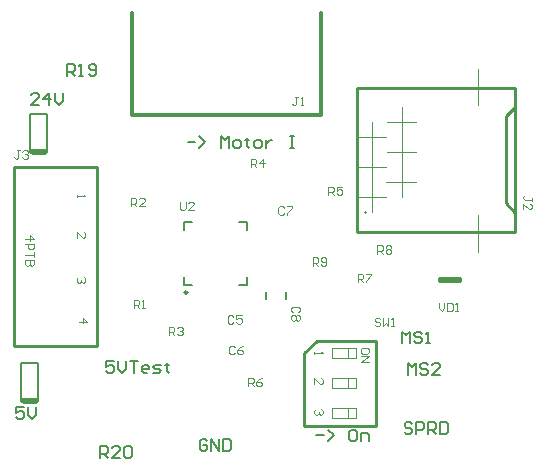
<source format=gto>
G04*
G04 #@! TF.GenerationSoftware,Altium Limited,CircuitMaker,2.0.3 (51)*
G04*
G04 Layer_Color=15132400*
%FSLAX24Y24*%
%MOIN*%
G70*
G04*
G04 #@! TF.SameCoordinates,C005A906-C81D-4AB5-B832-F2193FDFF32C*
G04*
G04*
G04 #@! TF.FilePolarity,Positive*
G04*
G01*
G75*
%ADD10C,0.0098*%
%ADD11C,0.0079*%
%ADD12C,0.0100*%
%ADD13C,0.0039*%
%ADD14C,0.0118*%
D10*
X15591Y15512D02*
G03*
X15591Y15512I-49J0D01*
G01*
D11*
X10050Y11894D02*
X10600D01*
X10050D02*
X10125Y11819D01*
X10525D01*
X10600Y11894D01*
X10049D02*
X10125Y11819D01*
X10049Y11894D02*
Y12193D01*
Y11969D02*
X10600D01*
Y11894D02*
Y12143D01*
Y13169D01*
X10049D02*
X10600D01*
X10049Y12193D02*
Y13169D01*
X10355Y20191D02*
X10905D01*
X10355D02*
X10430Y20116D01*
X10830D01*
X10906Y20192D01*
X10354D02*
X10430Y20116D01*
X10354Y20192D02*
Y20491D01*
Y20266D02*
X10906D01*
Y20192D02*
Y20441D01*
Y21466D01*
X10354D02*
X10906D01*
X10354Y20491D02*
Y21466D01*
X18209Y15305D02*
Y15541D01*
X18878Y15305D02*
Y15541D01*
X17569Y15768D02*
Y16014D01*
X17323Y15768D02*
X17569D01*
Y17608D02*
Y17854D01*
X17323D02*
X17569D01*
X15482D02*
X15728D01*
X15482Y17608D02*
Y17854D01*
Y15768D02*
Y16014D01*
Y15768D02*
X15728D01*
X16253Y10574D02*
X16188Y10640D01*
X16057D01*
X15991Y10574D01*
Y10312D01*
X16057Y10246D01*
X16188D01*
X16253Y10312D01*
Y10443D01*
X16122D01*
X16385Y10246D02*
Y10640D01*
X16647Y10246D01*
Y10640D01*
X16778D02*
Y10246D01*
X16975D01*
X17041Y10312D01*
Y10574D01*
X16975Y10640D01*
X16778D01*
X13140Y13238D02*
X12878D01*
Y13041D01*
X13009Y13107D01*
X13074D01*
X13140Y13041D01*
Y12910D01*
X13074Y12845D01*
X12943D01*
X12878Y12910D01*
X13271Y13238D02*
Y12976D01*
X13402Y12845D01*
X13534Y12976D01*
Y13238D01*
X13665D02*
X13927D01*
X13796D01*
Y12845D01*
X14255D02*
X14124D01*
X14058Y12910D01*
Y13041D01*
X14124Y13107D01*
X14255D01*
X14321Y13041D01*
Y12976D01*
X14058D01*
X14452Y12845D02*
X14649D01*
X14714Y12910D01*
X14649Y12976D01*
X14518D01*
X14452Y13041D01*
X14518Y13107D01*
X14714D01*
X14911Y13173D02*
Y13107D01*
X14846D01*
X14977D01*
X14911D01*
Y12910D01*
X14977Y12845D01*
X23087Y11135D02*
X23022Y11201D01*
X22890D01*
X22825Y11135D01*
Y11069D01*
X22890Y11004D01*
X23022D01*
X23087Y10938D01*
Y10873D01*
X23022Y10807D01*
X22890D01*
X22825Y10873D01*
X23218Y10807D02*
Y11201D01*
X23415D01*
X23481Y11135D01*
Y11004D01*
X23415Y10938D01*
X23218D01*
X23612Y10807D02*
Y11201D01*
X23809D01*
X23874Y11135D01*
Y11004D01*
X23809Y10938D01*
X23612D01*
X23743D02*
X23874Y10807D01*
X24006Y11201D02*
Y10807D01*
X24202D01*
X24268Y10873D01*
Y11135D01*
X24202Y11201D01*
X24006D01*
X22746Y13819D02*
Y14212D01*
X22877Y14081D01*
X23008Y14212D01*
Y13819D01*
X23402Y14147D02*
X23336Y14212D01*
X23205D01*
X23140Y14147D01*
Y14081D01*
X23205Y14016D01*
X23336D01*
X23402Y13950D01*
Y13884D01*
X23336Y13819D01*
X23205D01*
X23140Y13884D01*
X23533Y13819D02*
X23664D01*
X23599D01*
Y14212D01*
X23533Y14147D01*
X22953Y12776D02*
Y13169D01*
X23084Y13038D01*
X23215Y13169D01*
Y12776D01*
X23609Y13104D02*
X23543Y13169D01*
X23412D01*
X23346Y13104D01*
Y13038D01*
X23412Y12972D01*
X23543D01*
X23609Y12907D01*
Y12841D01*
X23543Y12776D01*
X23412D01*
X23346Y12841D01*
X24002Y12776D02*
X23740D01*
X24002Y13038D01*
Y13104D01*
X23937Y13169D01*
X23805D01*
X23740Y13104D01*
X19872Y10748D02*
X20134D01*
X20266Y10551D02*
X20462Y10748D01*
X20266Y10945D01*
X21184D02*
X21053D01*
X20987Y10879D01*
Y10617D01*
X21053Y10551D01*
X21184D01*
X21250Y10617D01*
Y10879D01*
X21184Y10945D01*
X21381Y10551D02*
Y10814D01*
X21578D01*
X21643Y10748D01*
Y10551D01*
X15591Y20541D02*
X15853D01*
X15984Y20344D02*
X16181Y20541D01*
X15984Y20738D01*
X16706Y20344D02*
Y20738D01*
X16837Y20607D01*
X16968Y20738D01*
Y20344D01*
X17165D02*
X17296D01*
X17362Y20410D01*
Y20541D01*
X17296Y20607D01*
X17165D01*
X17099Y20541D01*
Y20410D01*
X17165Y20344D01*
X17558Y20672D02*
Y20607D01*
X17493D01*
X17624D01*
X17558D01*
Y20410D01*
X17624Y20344D01*
X17886D02*
X18018D01*
X18083Y20410D01*
Y20541D01*
X18018Y20607D01*
X17886D01*
X17821Y20541D01*
Y20410D01*
X17886Y20344D01*
X18214Y20607D02*
Y20344D01*
Y20476D01*
X18280Y20541D01*
X18346Y20607D01*
X18411D01*
X19002Y20738D02*
X19133D01*
X19067D01*
Y20344D01*
X19002D01*
X19133D01*
X12677Y10010D02*
Y10403D01*
X12874D01*
X12940Y10338D01*
Y10207D01*
X12874Y10141D01*
X12677D01*
X12808D02*
X12940Y10010D01*
X13333D02*
X13071D01*
X13333Y10272D01*
Y10338D01*
X13268Y10403D01*
X13136D01*
X13071Y10338D01*
X13464D02*
X13530Y10403D01*
X13661D01*
X13727Y10338D01*
Y10075D01*
X13661Y10010D01*
X13530D01*
X13464Y10075D01*
Y10338D01*
X11570Y22730D02*
Y23124D01*
X11767D01*
X11832Y23058D01*
Y22927D01*
X11767Y22861D01*
X11570D01*
X11701D02*
X11832Y22730D01*
X11964D02*
X12095D01*
X12029D01*
Y23124D01*
X11964Y23058D01*
X12292Y22796D02*
X12357Y22730D01*
X12488D01*
X12554Y22796D01*
Y23058D01*
X12488Y23124D01*
X12357D01*
X12292Y23058D01*
Y22992D01*
X12357Y22927D01*
X12554D01*
X10642Y21780D02*
X10380D01*
X10642Y22042D01*
Y22108D01*
X10577Y22174D01*
X10446D01*
X10380Y22108D01*
X10970Y21780D02*
Y22174D01*
X10774Y21977D01*
X11036D01*
X11167Y22174D02*
Y21911D01*
X11298Y21780D01*
X11430Y21911D01*
Y22174D01*
X10134Y11683D02*
X9872D01*
Y11486D01*
X10003Y11552D01*
X10069D01*
X10134Y11486D01*
Y11355D01*
X10069Y11289D01*
X9938D01*
X9872Y11355D01*
X10266Y11683D02*
Y11421D01*
X10397Y11289D01*
X10528Y11421D01*
Y11683D01*
D12*
X9823Y13740D02*
X12579D01*
X9823Y19685D02*
X12579D01*
X9823Y13740D02*
Y19685D01*
X12579Y13740D02*
Y19685D01*
X26523Y17568D02*
Y22314D01*
X26494Y22343D02*
X26523Y22314D01*
X21246Y22343D02*
X26494D01*
Y17539D02*
X26523Y17568D01*
X21246Y17539D02*
X26494D01*
X26208Y21398D02*
X26523Y21713D01*
X26208Y18484D02*
X26523Y18169D01*
X26208Y18484D02*
Y21398D01*
X21246Y17539D02*
Y22343D01*
X21496Y18191D02*
Y18191D01*
X23971Y15881D02*
X24671D01*
Y15981D01*
X23971D02*
X24671D01*
X23971Y15881D02*
Y15981D01*
X19468Y11054D02*
Y13504D01*
X21870Y11054D02*
Y13898D01*
X19902D02*
X21870D01*
X19468Y13504D02*
X19902Y13898D01*
X19468Y11054D02*
X21870D01*
D13*
X22746Y18687D02*
Y21687D01*
X22223Y19189D02*
X23207D01*
X22234Y20190D02*
X23218D01*
X22234Y21203D02*
X23218D01*
X21234Y20707D02*
X22218D01*
X21234Y19694D02*
X22218D01*
X21223Y18693D02*
X22207D01*
X21746Y18191D02*
Y21191D01*
X25285Y16870D02*
Y18091D01*
Y21752D02*
Y22972D01*
X20413Y13346D02*
Y13661D01*
X21201Y13346D02*
Y13661D01*
X20413D02*
X21201D01*
X20413Y13346D02*
X21201D01*
X20925D02*
Y13661D01*
X20417Y12346D02*
Y12661D01*
X21205Y12346D02*
Y12661D01*
X20417D02*
X21205D01*
X20417Y12346D02*
X21205D01*
X20929D02*
Y12661D01*
X20417Y11346D02*
Y11661D01*
X21205Y11346D02*
Y11661D01*
X20417D02*
X21205D01*
X20417Y11346D02*
X21205D01*
X20929D02*
Y11661D01*
X11959Y14542D02*
X12235D01*
X12097Y14680D01*
Y14496D01*
X12139Y16030D02*
X12185Y15984D01*
Y15892D01*
X12139Y15846D01*
X12093D01*
X12047Y15892D01*
Y15938D01*
Y15892D01*
X12001Y15846D01*
X11955D01*
X11909Y15892D01*
Y15984D01*
X11955Y16030D01*
X11909Y17346D02*
Y17530D01*
X12093Y17346D01*
X12139D01*
X12185Y17392D01*
Y17484D01*
X12139Y17530D01*
X11909Y18780D02*
Y18688D01*
Y18734D01*
X12185D01*
X12139Y18780D01*
X10190Y17284D02*
X10466D01*
X10328Y17421D01*
Y17238D01*
X10190Y17146D02*
X10466D01*
Y17008D01*
X10420Y16962D01*
X10328D01*
X10282Y17008D01*
Y17146D01*
X10466Y16870D02*
Y16687D01*
Y16778D01*
X10190D01*
X10466Y16595D02*
X10190D01*
Y16457D01*
X10236Y16411D01*
X10282D01*
X10328Y16457D01*
Y16595D01*
Y16457D01*
X10374Y16411D01*
X10420D01*
X10466Y16457D01*
Y16595D01*
X19823Y13543D02*
Y13451D01*
Y13497D01*
X20098D01*
X20052Y13543D01*
X19823Y12465D02*
Y12648D01*
X20006Y12465D01*
X20052D01*
X20098Y12511D01*
Y12603D01*
X20052Y12648D01*
X21634Y13524D02*
Y13615D01*
X21588Y13661D01*
X21404D01*
X21358Y13615D01*
Y13524D01*
X21404Y13478D01*
X21588D01*
X21634Y13524D01*
X21358Y13386D02*
X21634D01*
X21358Y13202D01*
X21634D01*
X20052Y11625D02*
X20098Y11579D01*
Y11487D01*
X20052Y11441D01*
X20006D01*
X19961Y11487D01*
Y11533D01*
Y11487D01*
X19915Y11441D01*
X19869D01*
X19823Y11487D01*
Y11579D01*
X19869Y11625D01*
X9994Y20251D02*
X9902D01*
X9948D01*
Y20022D01*
X9902Y19976D01*
X9857D01*
X9811Y20022D01*
X10086Y20206D02*
X10132Y20251D01*
X10224D01*
X10270Y20206D01*
Y20160D01*
X10224Y20114D01*
X10178D01*
X10224D01*
X10270Y20068D01*
Y20022D01*
X10224Y19976D01*
X10132D01*
X10086Y20022D01*
X17123Y14708D02*
X17077Y14754D01*
X16985D01*
X16939Y14708D01*
Y14524D01*
X16985Y14478D01*
X17077D01*
X17123Y14524D01*
X17398Y14754D02*
X17214D01*
Y14616D01*
X17306Y14662D01*
X17352D01*
X17398Y14616D01*
Y14524D01*
X17352Y14478D01*
X17260D01*
X17214Y14524D01*
X17162Y13684D02*
X17116Y13730D01*
X17024D01*
X16978Y13684D01*
Y13501D01*
X17024Y13455D01*
X17116D01*
X17162Y13501D01*
X17438Y13730D02*
X17346Y13684D01*
X17254Y13592D01*
Y13501D01*
X17300Y13455D01*
X17392D01*
X17438Y13501D01*
Y13547D01*
X17392Y13592D01*
X17254D01*
X18806Y18340D02*
X18760Y18386D01*
X18668D01*
X18622Y18340D01*
Y18156D01*
X18668Y18110D01*
X18760D01*
X18806Y18156D01*
X18898Y18386D02*
X19081D01*
Y18340D01*
X18898Y18156D01*
Y18110D01*
X19285Y14856D02*
X19331Y14902D01*
Y14993D01*
X19285Y15039D01*
X19101D01*
X19055Y14993D01*
Y14902D01*
X19101Y14856D01*
X19285Y14764D02*
X19331Y14718D01*
Y14626D01*
X19285Y14580D01*
X19239D01*
X19193Y14626D01*
X19147Y14580D01*
X19101D01*
X19055Y14626D01*
Y14718D01*
X19101Y14764D01*
X19147D01*
X19193Y14718D01*
X19239Y14764D01*
X19285D01*
X19193Y14718D02*
Y14626D01*
X13799Y14990D02*
Y15266D01*
X13937D01*
X13983Y15220D01*
Y15128D01*
X13937Y15082D01*
X13799D01*
X13891D02*
X13983Y14990D01*
X14075D02*
X14167D01*
X14121D01*
Y15266D01*
X14075Y15220D01*
X13701Y18386D02*
Y18661D01*
X13839D01*
X13884Y18615D01*
Y18524D01*
X13839Y18478D01*
X13701D01*
X13793D02*
X13884Y18386D01*
X14160D02*
X13976D01*
X14160Y18569D01*
Y18615D01*
X14114Y18661D01*
X14022D01*
X13976Y18615D01*
X14970Y14094D02*
Y14370D01*
X15108D01*
X15154Y14324D01*
Y14232D01*
X15108Y14186D01*
X14970D01*
X15062D02*
X15154Y14094D01*
X15246Y14324D02*
X15292Y14370D01*
X15384D01*
X15430Y14324D01*
Y14278D01*
X15384Y14232D01*
X15338D01*
X15384D01*
X15430Y14186D01*
Y14140D01*
X15384Y14094D01*
X15292D01*
X15246Y14140D01*
X17707Y19705D02*
Y19980D01*
X17844D01*
X17890Y19934D01*
Y19842D01*
X17844Y19797D01*
X17707D01*
X17799D02*
X17890Y19705D01*
X18120D02*
Y19980D01*
X17982Y19842D01*
X18166D01*
X20285Y18770D02*
Y19045D01*
X20423D01*
X20469Y18999D01*
Y18907D01*
X20423Y18862D01*
X20285D01*
X20377D02*
X20469Y18770D01*
X20745Y19045D02*
X20561D01*
Y18907D01*
X20653Y18953D01*
X20699D01*
X20745Y18907D01*
Y18816D01*
X20699Y18770D01*
X20607D01*
X20561Y18816D01*
X17608Y12392D02*
Y12667D01*
X17746D01*
X17792Y12621D01*
Y12529D01*
X17746Y12484D01*
X17608D01*
X17700D02*
X17792Y12392D01*
X18067Y12667D02*
X17976Y12621D01*
X17884Y12529D01*
Y12438D01*
X17930Y12392D01*
X18022D01*
X18067Y12438D01*
Y12484D01*
X18022Y12529D01*
X17884D01*
X21260Y15856D02*
Y16132D01*
X21398D01*
X21444Y16086D01*
Y15994D01*
X21398Y15948D01*
X21260D01*
X21352D02*
X21444Y15856D01*
X21535Y16132D02*
X21719D01*
Y16086D01*
X21535Y15902D01*
Y15856D01*
X21919Y16811D02*
Y17087D01*
X22057D01*
X22103Y17041D01*
Y16949D01*
X22057Y16903D01*
X21919D01*
X22011D02*
X22103Y16811D01*
X22195Y17041D02*
X22241Y17087D01*
X22333D01*
X22378Y17041D01*
Y16995D01*
X22333Y16949D01*
X22378Y16903D01*
Y16857D01*
X22333Y16811D01*
X22241D01*
X22195Y16857D01*
Y16903D01*
X22241Y16949D01*
X22195Y16995D01*
Y17041D01*
X22241Y16949D02*
X22333D01*
X19764Y16407D02*
Y16683D01*
X19902D01*
X19947Y16637D01*
Y16545D01*
X19902Y16499D01*
X19764D01*
X19856D02*
X19947Y16407D01*
X20039Y16453D02*
X20085Y16407D01*
X20177D01*
X20223Y16453D01*
Y16637D01*
X20177Y16683D01*
X20085D01*
X20039Y16637D01*
Y16591D01*
X20085Y16545D01*
X20223D01*
X22014Y14629D02*
X21968Y14675D01*
X21877D01*
X21831Y14629D01*
Y14583D01*
X21877Y14537D01*
X21968D01*
X22014Y14491D01*
Y14446D01*
X21968Y14400D01*
X21877D01*
X21831Y14446D01*
X22106Y14675D02*
Y14400D01*
X22198Y14491D01*
X22290Y14400D01*
Y14675D01*
X22382Y14400D02*
X22474D01*
X22428D01*
Y14675D01*
X22382Y14629D01*
X15340Y18546D02*
Y18316D01*
X15386Y18270D01*
X15478D01*
X15524Y18316D01*
Y18546D01*
X15799Y18270D02*
X15616D01*
X15799Y18454D01*
Y18500D01*
X15753Y18546D01*
X15661D01*
X15616Y18500D01*
X19268Y22037D02*
X19176D01*
X19222D01*
Y21808D01*
X19176Y21762D01*
X19131D01*
X19085Y21808D01*
X19360Y21762D02*
X19452D01*
X19406D01*
Y22037D01*
X19360Y21991D01*
X27057Y18566D02*
Y18658D01*
Y18612D01*
X26827D01*
X26781Y18658D01*
Y18704D01*
X26827Y18750D01*
X26781Y18291D02*
Y18475D01*
X26965Y18291D01*
X27011D01*
X27057Y18337D01*
Y18429D01*
X27011Y18475D01*
X23967Y15177D02*
Y14993D01*
X24058Y14902D01*
X24150Y14993D01*
Y15177D01*
X24242D02*
Y14902D01*
X24380D01*
X24426Y14947D01*
Y15131D01*
X24380Y15177D01*
X24242D01*
X24518Y14902D02*
X24609D01*
X24563D01*
Y15177D01*
X24518Y15131D01*
D14*
X13750Y21437D02*
X20049D01*
X13750D02*
Y24833D01*
X20049Y24636D02*
Y24833D01*
Y21437D02*
Y24636D01*
M02*

</source>
